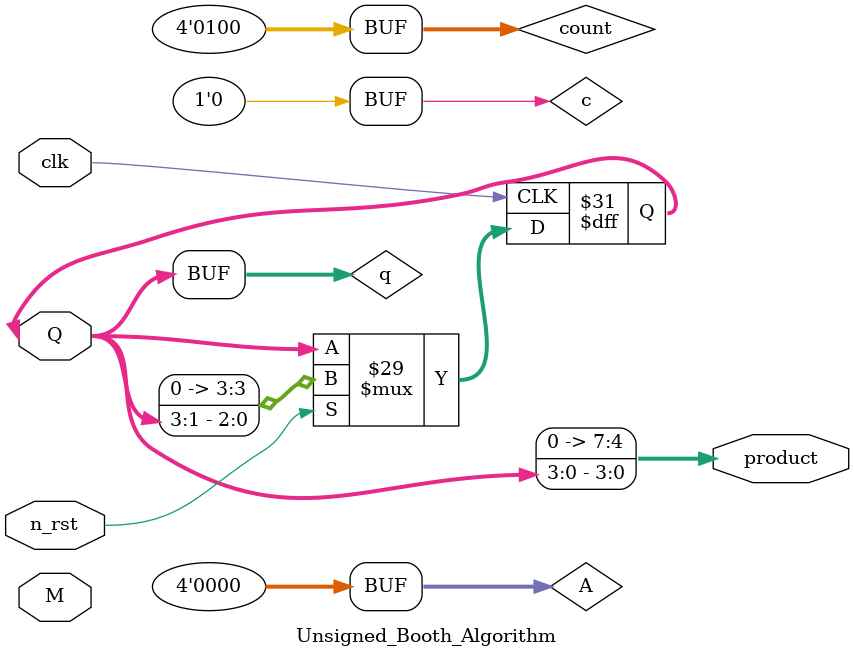
<source format=v>

module Unsigned_Booth_Algorithm (
  input clk,
  input n_rst,
  input wire [3:0] M,
  input wire [3:0] Q,
  output wire [7:0] product
);

  reg [3:0] A;
  reg [3:0] q;
  reg c;
  reg [3:0] count;

  always @(*) begin
    A = 4'b0000;
    q = Q;
    c = 0;
    count = 4;
  end

  always @(posedge clk or negedge n_rst) begin
    if (!n_rst)
      count <= 4;
    else if (count != 0) begin
      if (q[0] == 1) begin
        A <= A + M;
        c <= A[3];
        {A, q, c} <= {c, A[3:1], q[3:1], q[0]};
        count <= count - 1;
      end
      else begin
      {A, q, c} <= {c, A[3:1], q[3:1], q[0]};
      count <= count - 1;
      end
    end
  end

  assign product = {A, q};

endmodule

</source>
